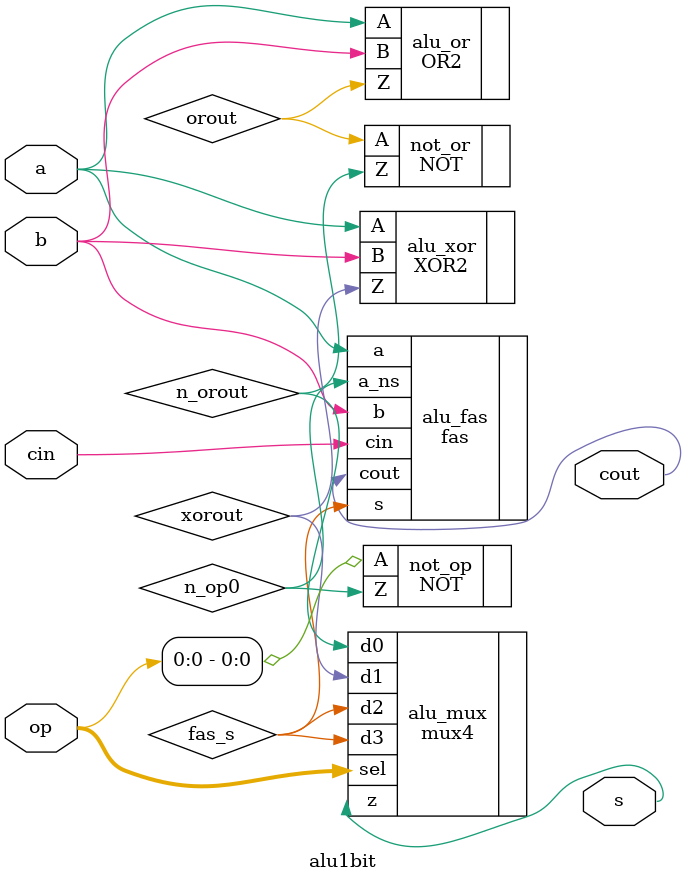
<source format=sv>
module alu1bit (
    input logic a,           // Input bit a
    input logic b,           // Input bit b
    input logic cin,         // Carry in
    input logic [1:0] op,    // Operation
    output logic s,          // Output S
    output logic cout        // Carry out
);
	
	logic orout, xorout, fas_s, n_op0, n_orout;
	
	//FAS operation
	NOT not_op(.Z(n_op0), .A(op[0]));
	fas alu_fas(.s(fas_s), .cout(cout),
				.a(a), .b(b), .cin(cin), .a_ns(n_op0));
	
	//NOR operation
	OR2 alu_or(.Z(orout), .A(a), .B(b));
	NOT not_or(.Z(n_orout), .A(orout));
	
	//XOR operation
	XOR2 alu_xor(.Z(xorout), .A(a), .B(b));
	
	//MUX4>1
	mux4 alu_mux(.z(s), .d0(n_orout), .d1(xorout), .d2(fas_s),
				 .d3(fas_s), .sel(op));
		
	
endmodule

</source>
